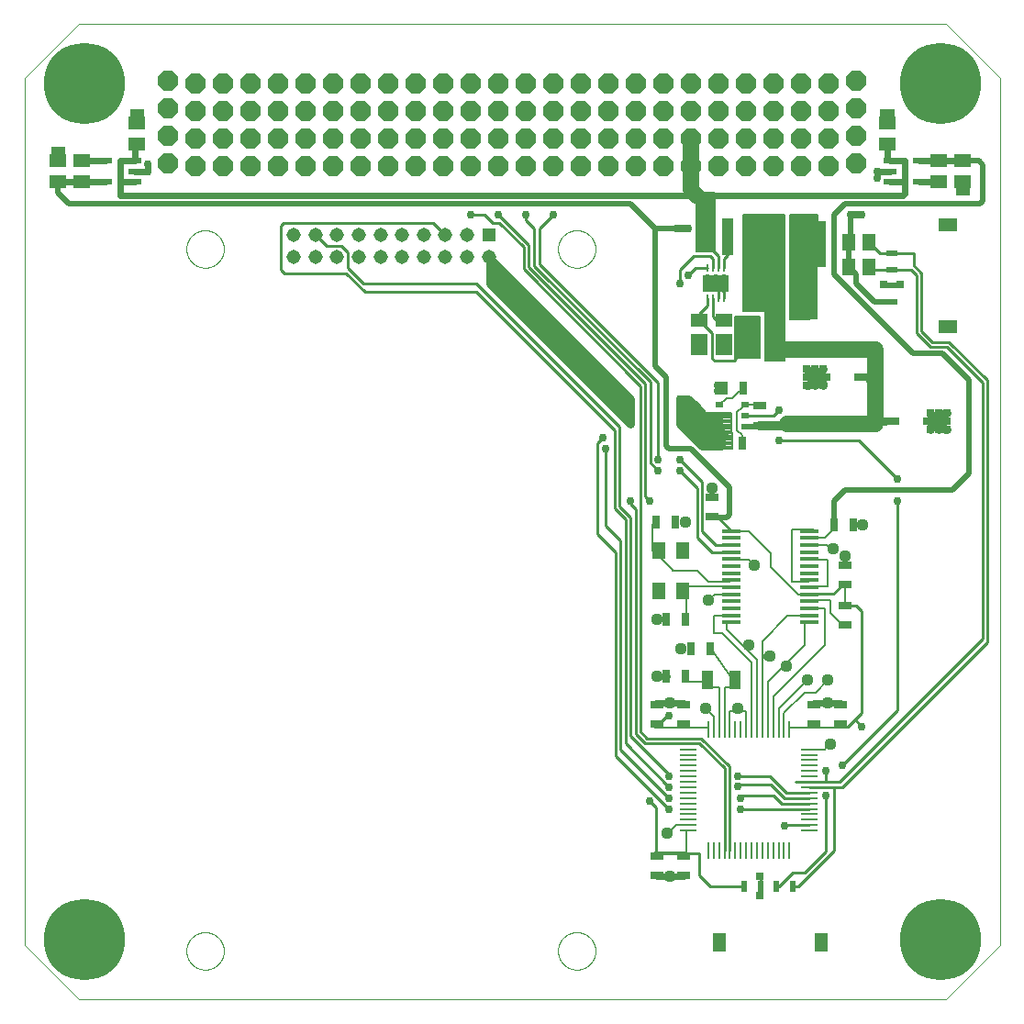
<source format=gtl>
G75*
%MOIN*%
%OFA0B0*%
%FSLAX25Y25*%
%IPPOS*%
%LPD*%
%AMOC8*
5,1,8,0,0,1.08239X$1,22.5*
%
%ADD10C,0.00000*%
%ADD11C,0.29528*%
%ADD12OC8,0.07400*%
%ADD13R,0.06102X0.00984*%
%ADD14R,0.00984X0.06102*%
%ADD15R,0.06890X0.01575*%
%ADD16R,0.03937X0.07087*%
%ADD17R,0.04724X0.03150*%
%ADD18C,0.00800*%
%ADD19R,0.03150X0.04724*%
%ADD20C,0.04400*%
%ADD21C,0.02400*%
%ADD22R,0.04921X0.06299*%
%ADD23R,0.00984X0.03937*%
%ADD24R,0.03937X0.00984*%
%ADD25R,0.05150X0.05150*%
%ADD26C,0.05150*%
%ADD27R,0.04724X0.02362*%
%ADD28R,0.05906X0.05118*%
%ADD29R,0.02362X0.03937*%
%ADD30R,0.04921X0.07087*%
%ADD31R,0.03937X0.02362*%
%ADD32R,0.07087X0.04921*%
%ADD33R,0.05118X0.05906*%
%ADD34R,0.09370X0.06496*%
%ADD35R,0.00984X0.02756*%
%ADD36R,0.03858X0.13386*%
%ADD37R,0.06299X0.07087*%
%ADD38R,0.02756X0.02000*%
%ADD39R,0.10236X0.03150*%
%ADD40C,0.02978*%
%ADD41C,0.01000*%
%ADD42R,0.02978X0.02978*%
%ADD43C,0.01200*%
%ADD44OC8,0.03175*%
%ADD45R,0.03175X0.03175*%
%ADD46C,0.00600*%
%ADD47C,0.03000*%
%ADD48C,0.02000*%
%ADD49C,0.06000*%
%ADD50C,0.03200*%
D10*
X0001000Y0020685D02*
X0001000Y0335646D01*
X0020685Y0355331D01*
X0335646Y0355331D01*
X0355331Y0335646D01*
X0355331Y0020685D01*
X0335646Y0001000D01*
X0020685Y0001000D01*
X0001000Y0020685D01*
X0059855Y0018685D02*
X0059857Y0018852D01*
X0059863Y0019018D01*
X0059873Y0019185D01*
X0059888Y0019351D01*
X0059906Y0019516D01*
X0059929Y0019681D01*
X0059955Y0019846D01*
X0059985Y0020010D01*
X0060020Y0020173D01*
X0060059Y0020335D01*
X0060101Y0020496D01*
X0060147Y0020656D01*
X0060198Y0020815D01*
X0060252Y0020973D01*
X0060310Y0021129D01*
X0060372Y0021284D01*
X0060438Y0021437D01*
X0060507Y0021589D01*
X0060580Y0021738D01*
X0060657Y0021886D01*
X0060737Y0022032D01*
X0060821Y0022176D01*
X0060909Y0022318D01*
X0060999Y0022458D01*
X0061094Y0022595D01*
X0061191Y0022730D01*
X0061292Y0022863D01*
X0061396Y0022993D01*
X0061504Y0023121D01*
X0061614Y0023246D01*
X0061728Y0023368D01*
X0061844Y0023487D01*
X0061963Y0023603D01*
X0062085Y0023717D01*
X0062210Y0023827D01*
X0062338Y0023935D01*
X0062468Y0024039D01*
X0062601Y0024140D01*
X0062736Y0024237D01*
X0062873Y0024332D01*
X0063013Y0024422D01*
X0063155Y0024510D01*
X0063299Y0024594D01*
X0063445Y0024674D01*
X0063593Y0024751D01*
X0063742Y0024824D01*
X0063894Y0024893D01*
X0064047Y0024959D01*
X0064202Y0025021D01*
X0064358Y0025079D01*
X0064516Y0025133D01*
X0064675Y0025184D01*
X0064835Y0025230D01*
X0064996Y0025272D01*
X0065158Y0025311D01*
X0065321Y0025346D01*
X0065485Y0025376D01*
X0065650Y0025402D01*
X0065815Y0025425D01*
X0065980Y0025443D01*
X0066146Y0025458D01*
X0066313Y0025468D01*
X0066479Y0025474D01*
X0066646Y0025476D01*
X0066813Y0025474D01*
X0066979Y0025468D01*
X0067146Y0025458D01*
X0067312Y0025443D01*
X0067477Y0025425D01*
X0067642Y0025402D01*
X0067807Y0025376D01*
X0067971Y0025346D01*
X0068134Y0025311D01*
X0068296Y0025272D01*
X0068457Y0025230D01*
X0068617Y0025184D01*
X0068776Y0025133D01*
X0068934Y0025079D01*
X0069090Y0025021D01*
X0069245Y0024959D01*
X0069398Y0024893D01*
X0069550Y0024824D01*
X0069699Y0024751D01*
X0069847Y0024674D01*
X0069993Y0024594D01*
X0070137Y0024510D01*
X0070279Y0024422D01*
X0070419Y0024332D01*
X0070556Y0024237D01*
X0070691Y0024140D01*
X0070824Y0024039D01*
X0070954Y0023935D01*
X0071082Y0023827D01*
X0071207Y0023717D01*
X0071329Y0023603D01*
X0071448Y0023487D01*
X0071564Y0023368D01*
X0071678Y0023246D01*
X0071788Y0023121D01*
X0071896Y0022993D01*
X0072000Y0022863D01*
X0072101Y0022730D01*
X0072198Y0022595D01*
X0072293Y0022458D01*
X0072383Y0022318D01*
X0072471Y0022176D01*
X0072555Y0022032D01*
X0072635Y0021886D01*
X0072712Y0021738D01*
X0072785Y0021589D01*
X0072854Y0021437D01*
X0072920Y0021284D01*
X0072982Y0021129D01*
X0073040Y0020973D01*
X0073094Y0020815D01*
X0073145Y0020656D01*
X0073191Y0020496D01*
X0073233Y0020335D01*
X0073272Y0020173D01*
X0073307Y0020010D01*
X0073337Y0019846D01*
X0073363Y0019681D01*
X0073386Y0019516D01*
X0073404Y0019351D01*
X0073419Y0019185D01*
X0073429Y0019018D01*
X0073435Y0018852D01*
X0073437Y0018685D01*
X0073435Y0018518D01*
X0073429Y0018352D01*
X0073419Y0018185D01*
X0073404Y0018019D01*
X0073386Y0017854D01*
X0073363Y0017689D01*
X0073337Y0017524D01*
X0073307Y0017360D01*
X0073272Y0017197D01*
X0073233Y0017035D01*
X0073191Y0016874D01*
X0073145Y0016714D01*
X0073094Y0016555D01*
X0073040Y0016397D01*
X0072982Y0016241D01*
X0072920Y0016086D01*
X0072854Y0015933D01*
X0072785Y0015781D01*
X0072712Y0015632D01*
X0072635Y0015484D01*
X0072555Y0015338D01*
X0072471Y0015194D01*
X0072383Y0015052D01*
X0072293Y0014912D01*
X0072198Y0014775D01*
X0072101Y0014640D01*
X0072000Y0014507D01*
X0071896Y0014377D01*
X0071788Y0014249D01*
X0071678Y0014124D01*
X0071564Y0014002D01*
X0071448Y0013883D01*
X0071329Y0013767D01*
X0071207Y0013653D01*
X0071082Y0013543D01*
X0070954Y0013435D01*
X0070824Y0013331D01*
X0070691Y0013230D01*
X0070556Y0013133D01*
X0070419Y0013038D01*
X0070279Y0012948D01*
X0070137Y0012860D01*
X0069993Y0012776D01*
X0069847Y0012696D01*
X0069699Y0012619D01*
X0069550Y0012546D01*
X0069398Y0012477D01*
X0069245Y0012411D01*
X0069090Y0012349D01*
X0068934Y0012291D01*
X0068776Y0012237D01*
X0068617Y0012186D01*
X0068457Y0012140D01*
X0068296Y0012098D01*
X0068134Y0012059D01*
X0067971Y0012024D01*
X0067807Y0011994D01*
X0067642Y0011968D01*
X0067477Y0011945D01*
X0067312Y0011927D01*
X0067146Y0011912D01*
X0066979Y0011902D01*
X0066813Y0011896D01*
X0066646Y0011894D01*
X0066479Y0011896D01*
X0066313Y0011902D01*
X0066146Y0011912D01*
X0065980Y0011927D01*
X0065815Y0011945D01*
X0065650Y0011968D01*
X0065485Y0011994D01*
X0065321Y0012024D01*
X0065158Y0012059D01*
X0064996Y0012098D01*
X0064835Y0012140D01*
X0064675Y0012186D01*
X0064516Y0012237D01*
X0064358Y0012291D01*
X0064202Y0012349D01*
X0064047Y0012411D01*
X0063894Y0012477D01*
X0063742Y0012546D01*
X0063593Y0012619D01*
X0063445Y0012696D01*
X0063299Y0012776D01*
X0063155Y0012860D01*
X0063013Y0012948D01*
X0062873Y0013038D01*
X0062736Y0013133D01*
X0062601Y0013230D01*
X0062468Y0013331D01*
X0062338Y0013435D01*
X0062210Y0013543D01*
X0062085Y0013653D01*
X0061963Y0013767D01*
X0061844Y0013883D01*
X0061728Y0014002D01*
X0061614Y0014124D01*
X0061504Y0014249D01*
X0061396Y0014377D01*
X0061292Y0014507D01*
X0061191Y0014640D01*
X0061094Y0014775D01*
X0060999Y0014912D01*
X0060909Y0015052D01*
X0060821Y0015194D01*
X0060737Y0015338D01*
X0060657Y0015484D01*
X0060580Y0015632D01*
X0060507Y0015781D01*
X0060438Y0015933D01*
X0060372Y0016086D01*
X0060310Y0016241D01*
X0060252Y0016397D01*
X0060198Y0016555D01*
X0060147Y0016714D01*
X0060101Y0016874D01*
X0060059Y0017035D01*
X0060020Y0017197D01*
X0059985Y0017360D01*
X0059955Y0017524D01*
X0059929Y0017689D01*
X0059906Y0017854D01*
X0059888Y0018019D01*
X0059873Y0018185D01*
X0059863Y0018352D01*
X0059857Y0018518D01*
X0059855Y0018685D01*
X0194855Y0018685D02*
X0194857Y0018852D01*
X0194863Y0019018D01*
X0194873Y0019185D01*
X0194888Y0019351D01*
X0194906Y0019516D01*
X0194929Y0019681D01*
X0194955Y0019846D01*
X0194985Y0020010D01*
X0195020Y0020173D01*
X0195059Y0020335D01*
X0195101Y0020496D01*
X0195147Y0020656D01*
X0195198Y0020815D01*
X0195252Y0020973D01*
X0195310Y0021129D01*
X0195372Y0021284D01*
X0195438Y0021437D01*
X0195507Y0021589D01*
X0195580Y0021738D01*
X0195657Y0021886D01*
X0195737Y0022032D01*
X0195821Y0022176D01*
X0195909Y0022318D01*
X0195999Y0022458D01*
X0196094Y0022595D01*
X0196191Y0022730D01*
X0196292Y0022863D01*
X0196396Y0022993D01*
X0196504Y0023121D01*
X0196614Y0023246D01*
X0196728Y0023368D01*
X0196844Y0023487D01*
X0196963Y0023603D01*
X0197085Y0023717D01*
X0197210Y0023827D01*
X0197338Y0023935D01*
X0197468Y0024039D01*
X0197601Y0024140D01*
X0197736Y0024237D01*
X0197873Y0024332D01*
X0198013Y0024422D01*
X0198155Y0024510D01*
X0198299Y0024594D01*
X0198445Y0024674D01*
X0198593Y0024751D01*
X0198742Y0024824D01*
X0198894Y0024893D01*
X0199047Y0024959D01*
X0199202Y0025021D01*
X0199358Y0025079D01*
X0199516Y0025133D01*
X0199675Y0025184D01*
X0199835Y0025230D01*
X0199996Y0025272D01*
X0200158Y0025311D01*
X0200321Y0025346D01*
X0200485Y0025376D01*
X0200650Y0025402D01*
X0200815Y0025425D01*
X0200980Y0025443D01*
X0201146Y0025458D01*
X0201313Y0025468D01*
X0201479Y0025474D01*
X0201646Y0025476D01*
X0201813Y0025474D01*
X0201979Y0025468D01*
X0202146Y0025458D01*
X0202312Y0025443D01*
X0202477Y0025425D01*
X0202642Y0025402D01*
X0202807Y0025376D01*
X0202971Y0025346D01*
X0203134Y0025311D01*
X0203296Y0025272D01*
X0203457Y0025230D01*
X0203617Y0025184D01*
X0203776Y0025133D01*
X0203934Y0025079D01*
X0204090Y0025021D01*
X0204245Y0024959D01*
X0204398Y0024893D01*
X0204550Y0024824D01*
X0204699Y0024751D01*
X0204847Y0024674D01*
X0204993Y0024594D01*
X0205137Y0024510D01*
X0205279Y0024422D01*
X0205419Y0024332D01*
X0205556Y0024237D01*
X0205691Y0024140D01*
X0205824Y0024039D01*
X0205954Y0023935D01*
X0206082Y0023827D01*
X0206207Y0023717D01*
X0206329Y0023603D01*
X0206448Y0023487D01*
X0206564Y0023368D01*
X0206678Y0023246D01*
X0206788Y0023121D01*
X0206896Y0022993D01*
X0207000Y0022863D01*
X0207101Y0022730D01*
X0207198Y0022595D01*
X0207293Y0022458D01*
X0207383Y0022318D01*
X0207471Y0022176D01*
X0207555Y0022032D01*
X0207635Y0021886D01*
X0207712Y0021738D01*
X0207785Y0021589D01*
X0207854Y0021437D01*
X0207920Y0021284D01*
X0207982Y0021129D01*
X0208040Y0020973D01*
X0208094Y0020815D01*
X0208145Y0020656D01*
X0208191Y0020496D01*
X0208233Y0020335D01*
X0208272Y0020173D01*
X0208307Y0020010D01*
X0208337Y0019846D01*
X0208363Y0019681D01*
X0208386Y0019516D01*
X0208404Y0019351D01*
X0208419Y0019185D01*
X0208429Y0019018D01*
X0208435Y0018852D01*
X0208437Y0018685D01*
X0208435Y0018518D01*
X0208429Y0018352D01*
X0208419Y0018185D01*
X0208404Y0018019D01*
X0208386Y0017854D01*
X0208363Y0017689D01*
X0208337Y0017524D01*
X0208307Y0017360D01*
X0208272Y0017197D01*
X0208233Y0017035D01*
X0208191Y0016874D01*
X0208145Y0016714D01*
X0208094Y0016555D01*
X0208040Y0016397D01*
X0207982Y0016241D01*
X0207920Y0016086D01*
X0207854Y0015933D01*
X0207785Y0015781D01*
X0207712Y0015632D01*
X0207635Y0015484D01*
X0207555Y0015338D01*
X0207471Y0015194D01*
X0207383Y0015052D01*
X0207293Y0014912D01*
X0207198Y0014775D01*
X0207101Y0014640D01*
X0207000Y0014507D01*
X0206896Y0014377D01*
X0206788Y0014249D01*
X0206678Y0014124D01*
X0206564Y0014002D01*
X0206448Y0013883D01*
X0206329Y0013767D01*
X0206207Y0013653D01*
X0206082Y0013543D01*
X0205954Y0013435D01*
X0205824Y0013331D01*
X0205691Y0013230D01*
X0205556Y0013133D01*
X0205419Y0013038D01*
X0205279Y0012948D01*
X0205137Y0012860D01*
X0204993Y0012776D01*
X0204847Y0012696D01*
X0204699Y0012619D01*
X0204550Y0012546D01*
X0204398Y0012477D01*
X0204245Y0012411D01*
X0204090Y0012349D01*
X0203934Y0012291D01*
X0203776Y0012237D01*
X0203617Y0012186D01*
X0203457Y0012140D01*
X0203296Y0012098D01*
X0203134Y0012059D01*
X0202971Y0012024D01*
X0202807Y0011994D01*
X0202642Y0011968D01*
X0202477Y0011945D01*
X0202312Y0011927D01*
X0202146Y0011912D01*
X0201979Y0011902D01*
X0201813Y0011896D01*
X0201646Y0011894D01*
X0201479Y0011896D01*
X0201313Y0011902D01*
X0201146Y0011912D01*
X0200980Y0011927D01*
X0200815Y0011945D01*
X0200650Y0011968D01*
X0200485Y0011994D01*
X0200321Y0012024D01*
X0200158Y0012059D01*
X0199996Y0012098D01*
X0199835Y0012140D01*
X0199675Y0012186D01*
X0199516Y0012237D01*
X0199358Y0012291D01*
X0199202Y0012349D01*
X0199047Y0012411D01*
X0198894Y0012477D01*
X0198742Y0012546D01*
X0198593Y0012619D01*
X0198445Y0012696D01*
X0198299Y0012776D01*
X0198155Y0012860D01*
X0198013Y0012948D01*
X0197873Y0013038D01*
X0197736Y0013133D01*
X0197601Y0013230D01*
X0197468Y0013331D01*
X0197338Y0013435D01*
X0197210Y0013543D01*
X0197085Y0013653D01*
X0196963Y0013767D01*
X0196844Y0013883D01*
X0196728Y0014002D01*
X0196614Y0014124D01*
X0196504Y0014249D01*
X0196396Y0014377D01*
X0196292Y0014507D01*
X0196191Y0014640D01*
X0196094Y0014775D01*
X0195999Y0014912D01*
X0195909Y0015052D01*
X0195821Y0015194D01*
X0195737Y0015338D01*
X0195657Y0015484D01*
X0195580Y0015632D01*
X0195507Y0015781D01*
X0195438Y0015933D01*
X0195372Y0016086D01*
X0195310Y0016241D01*
X0195252Y0016397D01*
X0195198Y0016555D01*
X0195147Y0016714D01*
X0195101Y0016874D01*
X0195059Y0017035D01*
X0195020Y0017197D01*
X0194985Y0017360D01*
X0194955Y0017524D01*
X0194929Y0017689D01*
X0194906Y0017854D01*
X0194888Y0018019D01*
X0194873Y0018185D01*
X0194863Y0018352D01*
X0194857Y0018518D01*
X0194855Y0018685D01*
X0194855Y0273685D02*
X0194857Y0273852D01*
X0194863Y0274018D01*
X0194873Y0274185D01*
X0194888Y0274351D01*
X0194906Y0274516D01*
X0194929Y0274681D01*
X0194955Y0274846D01*
X0194985Y0275010D01*
X0195020Y0275173D01*
X0195059Y0275335D01*
X0195101Y0275496D01*
X0195147Y0275656D01*
X0195198Y0275815D01*
X0195252Y0275973D01*
X0195310Y0276129D01*
X0195372Y0276284D01*
X0195438Y0276437D01*
X0195507Y0276589D01*
X0195580Y0276738D01*
X0195657Y0276886D01*
X0195737Y0277032D01*
X0195821Y0277176D01*
X0195909Y0277318D01*
X0195999Y0277458D01*
X0196094Y0277595D01*
X0196191Y0277730D01*
X0196292Y0277863D01*
X0196396Y0277993D01*
X0196504Y0278121D01*
X0196614Y0278246D01*
X0196728Y0278368D01*
X0196844Y0278487D01*
X0196963Y0278603D01*
X0197085Y0278717D01*
X0197210Y0278827D01*
X0197338Y0278935D01*
X0197468Y0279039D01*
X0197601Y0279140D01*
X0197736Y0279237D01*
X0197873Y0279332D01*
X0198013Y0279422D01*
X0198155Y0279510D01*
X0198299Y0279594D01*
X0198445Y0279674D01*
X0198593Y0279751D01*
X0198742Y0279824D01*
X0198894Y0279893D01*
X0199047Y0279959D01*
X0199202Y0280021D01*
X0199358Y0280079D01*
X0199516Y0280133D01*
X0199675Y0280184D01*
X0199835Y0280230D01*
X0199996Y0280272D01*
X0200158Y0280311D01*
X0200321Y0280346D01*
X0200485Y0280376D01*
X0200650Y0280402D01*
X0200815Y0280425D01*
X0200980Y0280443D01*
X0201146Y0280458D01*
X0201313Y0280468D01*
X0201479Y0280474D01*
X0201646Y0280476D01*
X0201813Y0280474D01*
X0201979Y0280468D01*
X0202146Y0280458D01*
X0202312Y0280443D01*
X0202477Y0280425D01*
X0202642Y0280402D01*
X0202807Y0280376D01*
X0202971Y0280346D01*
X0203134Y0280311D01*
X0203296Y0280272D01*
X0203457Y0280230D01*
X0203617Y0280184D01*
X0203776Y0280133D01*
X0203934Y0280079D01*
X0204090Y0280021D01*
X0204245Y0279959D01*
X0204398Y0279893D01*
X0204550Y0279824D01*
X0204699Y0279751D01*
X0204847Y0279674D01*
X0204993Y0279594D01*
X0205137Y0279510D01*
X0205279Y0279422D01*
X0205419Y0279332D01*
X0205556Y0279237D01*
X0205691Y0279140D01*
X0205824Y0279039D01*
X0205954Y0278935D01*
X0206082Y0278827D01*
X0206207Y0278717D01*
X0206329Y0278603D01*
X0206448Y0278487D01*
X0206564Y0278368D01*
X0206678Y0278246D01*
X0206788Y0278121D01*
X0206896Y0277993D01*
X0207000Y0277863D01*
X0207101Y0277730D01*
X0207198Y0277595D01*
X0207293Y0277458D01*
X0207383Y0277318D01*
X0207471Y0277176D01*
X0207555Y0277032D01*
X0207635Y0276886D01*
X0207712Y0276738D01*
X0207785Y0276589D01*
X0207854Y0276437D01*
X0207920Y0276284D01*
X0207982Y0276129D01*
X0208040Y0275973D01*
X0208094Y0275815D01*
X0208145Y0275656D01*
X0208191Y0275496D01*
X0208233Y0275335D01*
X0208272Y0275173D01*
X0208307Y0275010D01*
X0208337Y0274846D01*
X0208363Y0274681D01*
X0208386Y0274516D01*
X0208404Y0274351D01*
X0208419Y0274185D01*
X0208429Y0274018D01*
X0208435Y0273852D01*
X0208437Y0273685D01*
X0208435Y0273518D01*
X0208429Y0273352D01*
X0208419Y0273185D01*
X0208404Y0273019D01*
X0208386Y0272854D01*
X0208363Y0272689D01*
X0208337Y0272524D01*
X0208307Y0272360D01*
X0208272Y0272197D01*
X0208233Y0272035D01*
X0208191Y0271874D01*
X0208145Y0271714D01*
X0208094Y0271555D01*
X0208040Y0271397D01*
X0207982Y0271241D01*
X0207920Y0271086D01*
X0207854Y0270933D01*
X0207785Y0270781D01*
X0207712Y0270632D01*
X0207635Y0270484D01*
X0207555Y0270338D01*
X0207471Y0270194D01*
X0207383Y0270052D01*
X0207293Y0269912D01*
X0207198Y0269775D01*
X0207101Y0269640D01*
X0207000Y0269507D01*
X0206896Y0269377D01*
X0206788Y0269249D01*
X0206678Y0269124D01*
X0206564Y0269002D01*
X0206448Y0268883D01*
X0206329Y0268767D01*
X0206207Y0268653D01*
X0206082Y0268543D01*
X0205954Y0268435D01*
X0205824Y0268331D01*
X0205691Y0268230D01*
X0205556Y0268133D01*
X0205419Y0268038D01*
X0205279Y0267948D01*
X0205137Y0267860D01*
X0204993Y0267776D01*
X0204847Y0267696D01*
X0204699Y0267619D01*
X0204550Y0267546D01*
X0204398Y0267477D01*
X0204245Y0267411D01*
X0204090Y0267349D01*
X0203934Y0267291D01*
X0203776Y0267237D01*
X0203617Y0267186D01*
X0203457Y0267140D01*
X0203296Y0267098D01*
X0203134Y0267059D01*
X0202971Y0267024D01*
X0202807Y0266994D01*
X0202642Y0266968D01*
X0202477Y0266945D01*
X0202312Y0266927D01*
X0202146Y0266912D01*
X0201979Y0266902D01*
X0201813Y0266896D01*
X0201646Y0266894D01*
X0201479Y0266896D01*
X0201313Y0266902D01*
X0201146Y0266912D01*
X0200980Y0266927D01*
X0200815Y0266945D01*
X0200650Y0266968D01*
X0200485Y0266994D01*
X0200321Y0267024D01*
X0200158Y0267059D01*
X0199996Y0267098D01*
X0199835Y0267140D01*
X0199675Y0267186D01*
X0199516Y0267237D01*
X0199358Y0267291D01*
X0199202Y0267349D01*
X0199047Y0267411D01*
X0198894Y0267477D01*
X0198742Y0267546D01*
X0198593Y0267619D01*
X0198445Y0267696D01*
X0198299Y0267776D01*
X0198155Y0267860D01*
X0198013Y0267948D01*
X0197873Y0268038D01*
X0197736Y0268133D01*
X0197601Y0268230D01*
X0197468Y0268331D01*
X0197338Y0268435D01*
X0197210Y0268543D01*
X0197085Y0268653D01*
X0196963Y0268767D01*
X0196844Y0268883D01*
X0196728Y0269002D01*
X0196614Y0269124D01*
X0196504Y0269249D01*
X0196396Y0269377D01*
X0196292Y0269507D01*
X0196191Y0269640D01*
X0196094Y0269775D01*
X0195999Y0269912D01*
X0195909Y0270052D01*
X0195821Y0270194D01*
X0195737Y0270338D01*
X0195657Y0270484D01*
X0195580Y0270632D01*
X0195507Y0270781D01*
X0195438Y0270933D01*
X0195372Y0271086D01*
X0195310Y0271241D01*
X0195252Y0271397D01*
X0195198Y0271555D01*
X0195147Y0271714D01*
X0195101Y0271874D01*
X0195059Y0272035D01*
X0195020Y0272197D01*
X0194985Y0272360D01*
X0194955Y0272524D01*
X0194929Y0272689D01*
X0194906Y0272854D01*
X0194888Y0273019D01*
X0194873Y0273185D01*
X0194863Y0273352D01*
X0194857Y0273518D01*
X0194855Y0273685D01*
X0059855Y0273685D02*
X0059857Y0273852D01*
X0059863Y0274018D01*
X0059873Y0274185D01*
X0059888Y0274351D01*
X0059906Y0274516D01*
X0059929Y0274681D01*
X0059955Y0274846D01*
X0059985Y0275010D01*
X0060020Y0275173D01*
X0060059Y0275335D01*
X0060101Y0275496D01*
X0060147Y0275656D01*
X0060198Y0275815D01*
X0060252Y0275973D01*
X0060310Y0276129D01*
X0060372Y0276284D01*
X0060438Y0276437D01*
X0060507Y0276589D01*
X0060580Y0276738D01*
X0060657Y0276886D01*
X0060737Y0277032D01*
X0060821Y0277176D01*
X0060909Y0277318D01*
X0060999Y0277458D01*
X0061094Y0277595D01*
X0061191Y0277730D01*
X0061292Y0277863D01*
X0061396Y0277993D01*
X0061504Y0278121D01*
X0061614Y0278246D01*
X0061728Y0278368D01*
X0061844Y0278487D01*
X0061963Y0278603D01*
X0062085Y0278717D01*
X0062210Y0278827D01*
X0062338Y0278935D01*
X0062468Y0279039D01*
X0062601Y0279140D01*
X0062736Y0279237D01*
X0062873Y0279332D01*
X0063013Y0279422D01*
X0063155Y0279510D01*
X0063299Y0279594D01*
X0063445Y0279674D01*
X0063593Y0279751D01*
X0063742Y0279824D01*
X0063894Y0279893D01*
X0064047Y0279959D01*
X0064202Y0280021D01*
X0064358Y0280079D01*
X0064516Y0280133D01*
X0064675Y0280184D01*
X0064835Y0280230D01*
X0064996Y0280272D01*
X0065158Y0280311D01*
X0065321Y0280346D01*
X0065485Y0280376D01*
X0065650Y0280402D01*
X0065815Y0280425D01*
X0065980Y0280443D01*
X0066146Y0280458D01*
X0066313Y0280468D01*
X0066479Y0280474D01*
X0066646Y0280476D01*
X0066813Y0280474D01*
X0066979Y0280468D01*
X0067146Y0280458D01*
X0067312Y0280443D01*
X0067477Y0280425D01*
X0067642Y0280402D01*
X0067807Y0280376D01*
X0067971Y0280346D01*
X0068134Y0280311D01*
X0068296Y0280272D01*
X0068457Y0280230D01*
X0068617Y0280184D01*
X0068776Y0280133D01*
X0068934Y0280079D01*
X0069090Y0280021D01*
X0069245Y0279959D01*
X0069398Y0279893D01*
X0069550Y0279824D01*
X0069699Y0279751D01*
X0069847Y0279674D01*
X0069993Y0279594D01*
X0070137Y0279510D01*
X0070279Y0279422D01*
X0070419Y0279332D01*
X0070556Y0279237D01*
X0070691Y0279140D01*
X0070824Y0279039D01*
X0070954Y0278935D01*
X0071082Y0278827D01*
X0071207Y0278717D01*
X0071329Y0278603D01*
X0071448Y0278487D01*
X0071564Y0278368D01*
X0071678Y0278246D01*
X0071788Y0278121D01*
X0071896Y0277993D01*
X0072000Y0277863D01*
X0072101Y0277730D01*
X0072198Y0277595D01*
X0072293Y0277458D01*
X0072383Y0277318D01*
X0072471Y0277176D01*
X0072555Y0277032D01*
X0072635Y0276886D01*
X0072712Y0276738D01*
X0072785Y0276589D01*
X0072854Y0276437D01*
X0072920Y0276284D01*
X0072982Y0276129D01*
X0073040Y0275973D01*
X0073094Y0275815D01*
X0073145Y0275656D01*
X0073191Y0275496D01*
X0073233Y0275335D01*
X0073272Y0275173D01*
X0073307Y0275010D01*
X0073337Y0274846D01*
X0073363Y0274681D01*
X0073386Y0274516D01*
X0073404Y0274351D01*
X0073419Y0274185D01*
X0073429Y0274018D01*
X0073435Y0273852D01*
X0073437Y0273685D01*
X0073435Y0273518D01*
X0073429Y0273352D01*
X0073419Y0273185D01*
X0073404Y0273019D01*
X0073386Y0272854D01*
X0073363Y0272689D01*
X0073337Y0272524D01*
X0073307Y0272360D01*
X0073272Y0272197D01*
X0073233Y0272035D01*
X0073191Y0271874D01*
X0073145Y0271714D01*
X0073094Y0271555D01*
X0073040Y0271397D01*
X0072982Y0271241D01*
X0072920Y0271086D01*
X0072854Y0270933D01*
X0072785Y0270781D01*
X0072712Y0270632D01*
X0072635Y0270484D01*
X0072555Y0270338D01*
X0072471Y0270194D01*
X0072383Y0270052D01*
X0072293Y0269912D01*
X0072198Y0269775D01*
X0072101Y0269640D01*
X0072000Y0269507D01*
X0071896Y0269377D01*
X0071788Y0269249D01*
X0071678Y0269124D01*
X0071564Y0269002D01*
X0071448Y0268883D01*
X0071329Y0268767D01*
X0071207Y0268653D01*
X0071082Y0268543D01*
X0070954Y0268435D01*
X0070824Y0268331D01*
X0070691Y0268230D01*
X0070556Y0268133D01*
X0070419Y0268038D01*
X0070279Y0267948D01*
X0070137Y0267860D01*
X0069993Y0267776D01*
X0069847Y0267696D01*
X0069699Y0267619D01*
X0069550Y0267546D01*
X0069398Y0267477D01*
X0069245Y0267411D01*
X0069090Y0267349D01*
X0068934Y0267291D01*
X0068776Y0267237D01*
X0068617Y0267186D01*
X0068457Y0267140D01*
X0068296Y0267098D01*
X0068134Y0267059D01*
X0067971Y0267024D01*
X0067807Y0266994D01*
X0067642Y0266968D01*
X0067477Y0266945D01*
X0067312Y0266927D01*
X0067146Y0266912D01*
X0066979Y0266902D01*
X0066813Y0266896D01*
X0066646Y0266894D01*
X0066479Y0266896D01*
X0066313Y0266902D01*
X0066146Y0266912D01*
X0065980Y0266927D01*
X0065815Y0266945D01*
X0065650Y0266968D01*
X0065485Y0266994D01*
X0065321Y0267024D01*
X0065158Y0267059D01*
X0064996Y0267098D01*
X0064835Y0267140D01*
X0064675Y0267186D01*
X0064516Y0267237D01*
X0064358Y0267291D01*
X0064202Y0267349D01*
X0064047Y0267411D01*
X0063894Y0267477D01*
X0063742Y0267546D01*
X0063593Y0267619D01*
X0063445Y0267696D01*
X0063299Y0267776D01*
X0063155Y0267860D01*
X0063013Y0267948D01*
X0062873Y0268038D01*
X0062736Y0268133D01*
X0062601Y0268230D01*
X0062468Y0268331D01*
X0062338Y0268435D01*
X0062210Y0268543D01*
X0062085Y0268653D01*
X0061963Y0268767D01*
X0061844Y0268883D01*
X0061728Y0269002D01*
X0061614Y0269124D01*
X0061504Y0269249D01*
X0061396Y0269377D01*
X0061292Y0269507D01*
X0061191Y0269640D01*
X0061094Y0269775D01*
X0060999Y0269912D01*
X0060909Y0270052D01*
X0060821Y0270194D01*
X0060737Y0270338D01*
X0060657Y0270484D01*
X0060580Y0270632D01*
X0060507Y0270781D01*
X0060438Y0270933D01*
X0060372Y0271086D01*
X0060310Y0271241D01*
X0060252Y0271397D01*
X0060198Y0271555D01*
X0060147Y0271714D01*
X0060101Y0271874D01*
X0060059Y0272035D01*
X0060020Y0272197D01*
X0059985Y0272360D01*
X0059955Y0272524D01*
X0059929Y0272689D01*
X0059906Y0272854D01*
X0059888Y0273019D01*
X0059873Y0273185D01*
X0059863Y0273352D01*
X0059857Y0273518D01*
X0059855Y0273685D01*
D11*
X0022654Y0333677D03*
X0333677Y0333677D03*
X0333677Y0022654D03*
X0022654Y0022654D03*
D12*
X0053165Y0304677D03*
X0053165Y0314677D03*
X0053165Y0324677D03*
X0053165Y0334677D03*
X0063165Y0333677D03*
X0063165Y0323677D03*
X0063165Y0313677D03*
X0063165Y0303677D03*
X0073165Y0303677D03*
X0073165Y0313677D03*
X0073165Y0323677D03*
X0073165Y0333677D03*
X0083165Y0333677D03*
X0083165Y0323677D03*
X0083165Y0313677D03*
X0083165Y0303677D03*
X0093165Y0303677D03*
X0103165Y0303677D03*
X0103165Y0313677D03*
X0093165Y0313677D03*
X0093165Y0323677D03*
X0103165Y0323677D03*
X0103165Y0333677D03*
X0093165Y0333677D03*
X0113165Y0333677D03*
X0113165Y0323677D03*
X0113165Y0313677D03*
X0113165Y0303677D03*
X0123165Y0303677D03*
X0123165Y0313677D03*
X0123165Y0323677D03*
X0123165Y0333677D03*
X0133165Y0333677D03*
X0133165Y0323677D03*
X0133165Y0313677D03*
X0133165Y0303677D03*
X0143165Y0303677D03*
X0153165Y0303677D03*
X0153165Y0313677D03*
X0143165Y0313677D03*
X0143165Y0323677D03*
X0153165Y0323677D03*
X0153165Y0333677D03*
X0143165Y0333677D03*
X0163165Y0333677D03*
X0163165Y0323677D03*
X0163165Y0313677D03*
X0163165Y0303677D03*
X0173165Y0303677D03*
X0173165Y0313677D03*
X0173165Y0323677D03*
X0173165Y0333677D03*
X0183165Y0333677D03*
X0183165Y0323677D03*
X0183165Y0313677D03*
X0183165Y0303677D03*
X0193165Y0303677D03*
X0193165Y0313677D03*
X0193165Y0323677D03*
X0193165Y0333677D03*
X0203165Y0333677D03*
X0213165Y0333677D03*
X0213165Y0323677D03*
X0203165Y0323677D03*
X0203165Y0313677D03*
X0213165Y0313677D03*
X0213165Y0303677D03*
X0203165Y0303677D03*
X0223165Y0303677D03*
X0223165Y0313677D03*
X0223165Y0323677D03*
X0223165Y0333677D03*
X0233165Y0333677D03*
X0233165Y0323677D03*
X0233165Y0313677D03*
X0233165Y0303677D03*
X0243165Y0303677D03*
X0243165Y0313677D03*
X0243165Y0323677D03*
X0243165Y0333677D03*
X0253165Y0333677D03*
X0263165Y0333677D03*
X0263165Y0323677D03*
X0253165Y0323677D03*
X0253165Y0313677D03*
X0263165Y0313677D03*
X0263165Y0303677D03*
X0253165Y0303677D03*
X0273165Y0303677D03*
X0273165Y0313677D03*
X0273165Y0323677D03*
X0273165Y0333677D03*
X0283165Y0333677D03*
X0283165Y0323677D03*
X0283165Y0313677D03*
X0283165Y0303677D03*
X0293165Y0303677D03*
X0293165Y0313677D03*
X0293165Y0323677D03*
X0293165Y0333677D03*
X0303165Y0334677D03*
X0303165Y0324677D03*
X0303165Y0314677D03*
X0303165Y0304677D03*
D13*
X0286213Y0091929D03*
X0286213Y0089961D03*
X0286213Y0087992D03*
X0286213Y0086024D03*
X0286213Y0084055D03*
X0286213Y0082087D03*
X0286213Y0080118D03*
X0286213Y0078150D03*
X0286213Y0076181D03*
X0286213Y0074213D03*
X0286213Y0072244D03*
X0286213Y0070276D03*
X0286213Y0068307D03*
X0286213Y0066339D03*
X0286213Y0064370D03*
X0286213Y0062402D03*
X0242118Y0062402D03*
X0242118Y0064370D03*
X0242118Y0066339D03*
X0242118Y0068307D03*
X0242118Y0070276D03*
X0242118Y0072244D03*
X0242118Y0074213D03*
X0242118Y0076181D03*
X0242118Y0078150D03*
X0242118Y0080118D03*
X0242118Y0082087D03*
X0242118Y0084055D03*
X0242118Y0086024D03*
X0242118Y0087992D03*
X0242118Y0089961D03*
X0242118Y0091929D03*
D14*
X0249402Y0099213D03*
X0251370Y0099213D03*
X0253339Y0099213D03*
X0255307Y0099213D03*
X0257276Y0099213D03*
X0259244Y0099213D03*
X0261213Y0099213D03*
X0263181Y0099213D03*
X0265150Y0099213D03*
X0267118Y0099213D03*
X0269087Y0099213D03*
X0271055Y0099213D03*
X0273024Y0099213D03*
X0274992Y0099213D03*
X0276961Y0099213D03*
X0278929Y0099213D03*
X0278929Y0055118D03*
X0276961Y0055118D03*
X0274992Y0055118D03*
X0273024Y0055118D03*
X0271055Y0055118D03*
X0269087Y0055118D03*
X0267118Y0055118D03*
X0265150Y0055118D03*
X0263181Y0055118D03*
X0261213Y0055118D03*
X0259244Y0055118D03*
X0257276Y0055118D03*
X0255307Y0055118D03*
X0253339Y0055118D03*
X0251370Y0055118D03*
X0249402Y0055118D03*
D15*
X0257866Y0138031D03*
X0257866Y0140591D03*
X0257866Y0143150D03*
X0257866Y0145709D03*
X0257866Y0148268D03*
X0257866Y0150827D03*
X0257866Y0153386D03*
X0257866Y0155945D03*
X0257866Y0158504D03*
X0257866Y0161063D03*
X0257866Y0163622D03*
X0257866Y0166181D03*
X0257866Y0168740D03*
X0257866Y0171299D03*
X0286213Y0171299D03*
X0286213Y0168740D03*
X0286213Y0166181D03*
X0286213Y0163622D03*
X0286213Y0161063D03*
X0286213Y0158504D03*
X0286213Y0155945D03*
X0286213Y0153386D03*
X0286213Y0150827D03*
X0286213Y0148268D03*
X0286213Y0145709D03*
X0286213Y0143150D03*
X0286213Y0140591D03*
X0286213Y0138031D03*
D16*
X0259087Y0117165D03*
X0249244Y0117165D03*
D17*
X0240543Y0108189D03*
X0240543Y0101102D03*
X0230701Y0101102D03*
X0230701Y0108189D03*
X0230701Y0053228D03*
X0230701Y0046142D03*
X0240543Y0046142D03*
X0240543Y0053228D03*
X0287787Y0101102D03*
X0287787Y0108189D03*
X0297630Y0108189D03*
X0297630Y0101102D03*
X0299106Y0137185D03*
X0299106Y0144272D03*
X0299106Y0151791D03*
X0299106Y0158878D03*
X0250878Y0176398D03*
X0250878Y0183484D03*
X0268165Y0209622D03*
X0268165Y0216709D03*
D18*
X0267772Y0217102D01*
X0262740Y0217102D01*
X0261003Y0215365D01*
X0260865Y0215365D01*
X0259940Y0214440D01*
X0259940Y0207953D01*
X0261709Y0206185D01*
X0261709Y0203165D01*
X0258165Y0203554D02*
X0252165Y0203554D01*
X0252165Y0202756D02*
X0258165Y0202756D01*
X0258165Y0201957D02*
X0252165Y0201957D01*
X0252165Y0201165D02*
X0252165Y0214165D01*
X0257940Y0214165D01*
X0257940Y0207125D01*
X0258165Y0206900D01*
X0258165Y0201165D01*
X0252165Y0201165D01*
X0252165Y0204353D02*
X0258165Y0204353D01*
X0258165Y0205152D02*
X0252165Y0205152D01*
X0252165Y0205950D02*
X0258165Y0205950D01*
X0258165Y0206749D02*
X0252165Y0206749D01*
X0252165Y0207547D02*
X0257940Y0207547D01*
X0257940Y0208346D02*
X0252165Y0208346D01*
X0252165Y0209144D02*
X0257940Y0209144D01*
X0257940Y0209943D02*
X0252165Y0209943D01*
X0252165Y0210741D02*
X0257940Y0210741D01*
X0257940Y0211540D02*
X0252165Y0211540D01*
X0252165Y0212338D02*
X0257940Y0212338D01*
X0257940Y0213137D02*
X0252165Y0213137D01*
X0252165Y0213935D02*
X0257940Y0213935D01*
X0253591Y0217102D02*
X0256091Y0219603D01*
X0258194Y0219603D01*
X0260756Y0222165D01*
X0262209Y0223165D01*
X0255122Y0223165D02*
X0254301Y0223499D01*
X0253248Y0176083D02*
X0250878Y0176083D01*
X0252846Y0176083D02*
X0257455Y0171474D01*
X0258165Y0171165D02*
X0264165Y0171165D01*
X0272165Y0163165D01*
X0272165Y0158165D01*
X0282165Y0148165D01*
X0295165Y0148165D01*
X0298476Y0151476D01*
X0299106Y0151476D01*
X0299106Y0143602D01*
X0293693Y0141634D02*
X0297630Y0137697D01*
X0293693Y0141634D02*
X0293693Y0146063D01*
X0288772Y0146063D01*
X0288280Y0148524D02*
X0295169Y0148524D01*
X0298122Y0151476D01*
X0300091Y0151476D02*
X0300091Y0150984D01*
X0292709Y0150984D02*
X0287787Y0150984D01*
X0285819Y0152953D02*
X0279913Y0152953D01*
X0279913Y0171654D01*
X0287787Y0171654D01*
X0287787Y0168701D02*
X0291393Y0168701D01*
X0291959Y0168935D02*
X0294677Y0171654D01*
X0291959Y0168935D02*
X0291920Y0168900D01*
X0291880Y0168866D01*
X0291837Y0168836D01*
X0291793Y0168808D01*
X0291747Y0168784D01*
X0291699Y0168762D01*
X0291650Y0168743D01*
X0291600Y0168728D01*
X0291549Y0168716D01*
X0291497Y0168708D01*
X0291445Y0168703D01*
X0291393Y0168701D01*
X0291885Y0166240D02*
X0286311Y0166240D01*
X0287787Y0160827D02*
X0292709Y0160827D01*
X0292709Y0150984D01*
X0291724Y0143110D02*
X0291724Y0129862D01*
X0273024Y0111161D01*
X0273024Y0098819D01*
X0271055Y0098327D02*
X0271055Y0116535D01*
X0284343Y0129823D01*
X0284343Y0138189D01*
X0284593Y0140407D02*
X0278195Y0140407D01*
X0269087Y0131299D01*
X0269087Y0099803D01*
X0267118Y0100787D02*
X0267118Y0124409D01*
X0256526Y0135002D01*
X0256291Y0135568D02*
X0256291Y0138189D01*
X0256291Y0140407D02*
X0251370Y0140407D01*
X0251370Y0134252D01*
X0253991Y0134252D01*
X0254557Y0134018D02*
X0265150Y0123425D01*
X0265150Y0100787D01*
X0263181Y0102103D02*
X0263181Y0105709D01*
X0257276Y0105709D01*
X0257276Y0099803D01*
X0255307Y0099803D02*
X0255307Y0114567D01*
X0259244Y0114567D01*
X0258260Y0117520D02*
X0250386Y0128346D01*
X0253991Y0134252D02*
X0254043Y0134250D01*
X0254095Y0134245D01*
X0254147Y0134237D01*
X0254198Y0134225D01*
X0254248Y0134210D01*
X0254297Y0134191D01*
X0254345Y0134169D01*
X0254391Y0134145D01*
X0254435Y0134117D01*
X0254478Y0134087D01*
X0254518Y0134053D01*
X0254557Y0134018D01*
X0256525Y0135002D02*
X0256490Y0135041D01*
X0256456Y0135081D01*
X0256426Y0135124D01*
X0256398Y0135168D01*
X0256374Y0135214D01*
X0256352Y0135262D01*
X0256333Y0135311D01*
X0256318Y0135361D01*
X0256306Y0135412D01*
X0256298Y0135464D01*
X0256293Y0135516D01*
X0256291Y0135568D01*
X0249402Y0146063D02*
X0251136Y0147797D01*
X0251701Y0148031D02*
X0258260Y0148031D01*
X0257276Y0150984D02*
X0240543Y0150984D01*
X0241528Y0149016D02*
X0241528Y0138189D01*
X0251135Y0147797D02*
X0251174Y0147832D01*
X0251214Y0147866D01*
X0251257Y0147896D01*
X0251301Y0147924D01*
X0251347Y0147948D01*
X0251395Y0147970D01*
X0251444Y0147989D01*
X0251494Y0148004D01*
X0251545Y0148016D01*
X0251597Y0148024D01*
X0251649Y0148029D01*
X0251701Y0148031D01*
X0249733Y0152953D02*
X0257276Y0152953D01*
X0249733Y0152953D02*
X0249681Y0152955D01*
X0249629Y0152960D01*
X0249577Y0152968D01*
X0249526Y0152980D01*
X0249476Y0152995D01*
X0249427Y0153014D01*
X0249379Y0153036D01*
X0249333Y0153060D01*
X0249289Y0153088D01*
X0249246Y0153118D01*
X0249206Y0153152D01*
X0249167Y0153187D01*
X0245465Y0156890D01*
X0236938Y0156890D01*
X0236372Y0157124D02*
X0231685Y0161811D01*
X0229224Y0164272D02*
X0229224Y0173291D01*
X0229459Y0173856D02*
X0230209Y0174606D01*
X0229458Y0173857D02*
X0229423Y0173818D01*
X0229389Y0173778D01*
X0229359Y0173735D01*
X0229331Y0173691D01*
X0229307Y0173645D01*
X0229285Y0173597D01*
X0229266Y0173548D01*
X0229251Y0173498D01*
X0229239Y0173447D01*
X0229231Y0173395D01*
X0229226Y0173343D01*
X0229224Y0173291D01*
X0236372Y0157124D02*
X0236411Y0157089D01*
X0236451Y0157055D01*
X0236494Y0157025D01*
X0236538Y0156997D01*
X0236584Y0156973D01*
X0236632Y0156951D01*
X0236681Y0156932D01*
X0236731Y0156917D01*
X0236782Y0156905D01*
X0236834Y0156897D01*
X0236886Y0156892D01*
X0236938Y0156890D01*
X0253248Y0176083D02*
X0258165Y0171165D01*
X0259244Y0160827D02*
X0263834Y0160827D01*
X0264400Y0160592D02*
X0266134Y0158858D01*
X0264400Y0160593D02*
X0264361Y0160628D01*
X0264321Y0160662D01*
X0264278Y0160692D01*
X0264234Y0160720D01*
X0264188Y0160744D01*
X0264140Y0160766D01*
X0264091Y0160785D01*
X0264041Y0160800D01*
X0263990Y0160812D01*
X0263938Y0160820D01*
X0263886Y0160825D01*
X0263834Y0160827D01*
X0291885Y0166240D02*
X0291977Y0166234D01*
X0292069Y0166224D01*
X0292160Y0166210D01*
X0292251Y0166192D01*
X0292341Y0166171D01*
X0292430Y0166146D01*
X0292518Y0166118D01*
X0292605Y0166086D01*
X0292690Y0166050D01*
X0292774Y0166011D01*
X0292856Y0165968D01*
X0292936Y0165922D01*
X0293014Y0165873D01*
X0293090Y0165820D01*
X0293164Y0165765D01*
X0293235Y0165706D01*
X0293304Y0165645D01*
X0293371Y0165580D01*
X0293435Y0165513D01*
X0293435Y0165514D02*
X0294677Y0164272D01*
X0291724Y0143110D02*
X0288772Y0143110D01*
X0292915Y0117165D02*
X0288348Y0112598D01*
X0284343Y0112598D01*
X0276961Y0105217D01*
X0276961Y0101280D01*
X0274992Y0100787D02*
X0274992Y0106693D01*
X0284108Y0115809D01*
X0286333Y0115809D01*
X0278929Y0099803D02*
X0298614Y0099803D01*
X0293693Y0093898D02*
X0291959Y0092163D01*
X0291393Y0091929D02*
X0286803Y0091929D01*
X0291393Y0091929D02*
X0291445Y0091931D01*
X0291497Y0091936D01*
X0291549Y0091944D01*
X0291600Y0091956D01*
X0291650Y0091971D01*
X0291699Y0091990D01*
X0291747Y0092012D01*
X0291793Y0092036D01*
X0291837Y0092064D01*
X0291880Y0092094D01*
X0291920Y0092128D01*
X0291959Y0092163D01*
X0253339Y0099803D02*
X0253339Y0114567D01*
X0249402Y0114567D01*
X0249402Y0116535D02*
X0241528Y0116535D01*
X0248417Y0106693D02*
X0251370Y0103740D01*
X0251370Y0100787D01*
X0249402Y0099803D02*
X0230209Y0099803D01*
X0237922Y0064370D02*
X0241528Y0064370D01*
X0241528Y0062402D02*
X0241528Y0054528D01*
X0241528Y0053543D01*
X0241528Y0054528D02*
X0229717Y0054528D01*
X0233654Y0060433D02*
X0237356Y0064136D01*
X0237395Y0064171D01*
X0237435Y0064205D01*
X0237478Y0064235D01*
X0237522Y0064263D01*
X0237568Y0064287D01*
X0237616Y0064309D01*
X0237665Y0064328D01*
X0237715Y0064343D01*
X0237766Y0064355D01*
X0237818Y0064363D01*
X0237870Y0064368D01*
X0237922Y0064370D01*
D19*
X0241213Y0118504D03*
X0234126Y0118504D03*
X0242984Y0128346D03*
X0250071Y0128346D03*
X0241213Y0139173D03*
X0234126Y0139173D03*
X0237610Y0174606D03*
X0230524Y0174606D03*
X0254622Y0203165D03*
X0261709Y0203165D03*
X0262209Y0223165D03*
X0255122Y0223165D03*
X0274622Y0251665D03*
X0274622Y0258665D03*
X0274622Y0265665D03*
X0281709Y0265665D03*
X0281709Y0258665D03*
X0281709Y0251665D03*
X0294992Y0173622D03*
X0302079Y0173622D03*
D20*
X0305504Y0173622D03*
X0299106Y0162303D03*
X0294677Y0164764D03*
X0266134Y0158858D03*
X0249402Y0146063D03*
X0239559Y0128346D03*
X0230701Y0118504D03*
X0235622Y0108661D03*
X0248417Y0106693D03*
X0260228Y0106693D03*
X0277895Y0122180D03*
X0271647Y0125802D03*
X0264165Y0129715D03*
X0285415Y0117165D03*
X0292915Y0117165D03*
X0292709Y0108661D03*
X0293693Y0093898D03*
X0235622Y0045669D03*
X0234638Y0061417D03*
X0230701Y0139173D03*
X0241035Y0174606D03*
X0250878Y0186909D03*
D21*
X0270065Y0125765D02*
X0272565Y0125765D01*
X0287709Y0108661D02*
X0297630Y0108661D01*
X0240543Y0108661D02*
X0230622Y0108661D01*
X0230701Y0118504D02*
X0234638Y0118504D01*
X0230701Y0045669D02*
X0240622Y0045669D01*
X0242654Y0293165D02*
X0035665Y0293165D01*
X0035665Y0298165D01*
X0040980Y0298165D01*
X0040980Y0301915D02*
X0045665Y0301915D01*
X0045665Y0304415D01*
X0040980Y0305656D02*
X0040980Y0310990D01*
X0040970Y0305665D02*
X0035665Y0305665D01*
X0035665Y0298165D01*
X0030350Y0298175D02*
X0021915Y0298175D01*
X0013165Y0298175D01*
X0021915Y0305656D02*
X0030350Y0305656D01*
X0242654Y0293165D02*
X0243165Y0293677D01*
X0243165Y0295165D01*
X0245165Y0293165D02*
X0320165Y0293165D01*
X0320665Y0293665D01*
X0320665Y0298165D01*
X0320656Y0298175D01*
X0315350Y0298175D01*
X0315350Y0301915D02*
X0310665Y0301915D01*
X0310665Y0299415D01*
X0315350Y0305656D02*
X0314415Y0306591D01*
X0314415Y0313165D01*
X0314415Y0319406D02*
X0313274Y0320547D01*
X0313274Y0323272D01*
X0314415Y0321913D02*
X0314415Y0319406D01*
X0314415Y0321913D02*
X0315774Y0323272D01*
X0315360Y0305665D02*
X0320665Y0305665D01*
X0320665Y0298165D01*
X0325980Y0298175D02*
X0333165Y0298175D01*
X0333165Y0305656D02*
X0325980Y0305656D01*
X0333165Y0305656D02*
X0341915Y0305656D01*
X0341925Y0305665D01*
X0341915Y0298175D02*
X0341915Y0295881D01*
X0343274Y0294522D01*
X0341915Y0295663D02*
X0341915Y0298175D01*
X0341915Y0295663D02*
X0340774Y0294522D01*
D22*
X0240031Y0164094D03*
X0231370Y0164094D03*
X0231370Y0149528D03*
X0240031Y0149528D03*
D23*
X0294283Y0173622D03*
D24*
X0299106Y0151476D03*
X0250878Y0176083D03*
X0230770Y0100410D03*
X0230570Y0053691D03*
X0297635Y0100332D03*
D25*
X0169677Y0278685D03*
D26*
X0161803Y0278685D03*
X0153929Y0278685D03*
X0153929Y0270811D03*
X0161803Y0270811D03*
X0169677Y0270811D03*
X0146055Y0270811D03*
X0138181Y0270811D03*
X0130307Y0270811D03*
X0122433Y0270811D03*
X0114559Y0270811D03*
X0114559Y0278685D03*
X0122433Y0278685D03*
X0130307Y0278685D03*
X0138181Y0278685D03*
X0146055Y0278685D03*
X0106685Y0278685D03*
X0106685Y0270811D03*
X0098811Y0270811D03*
X0098811Y0278685D03*
D27*
X0040980Y0298175D03*
X0040980Y0301915D03*
X0040980Y0305656D03*
X0030350Y0305656D03*
X0030350Y0298175D03*
X0315350Y0298175D03*
X0315350Y0301915D03*
X0315350Y0305656D03*
X0325980Y0305656D03*
X0325980Y0298175D03*
D28*
X0333165Y0298175D03*
X0333165Y0305656D03*
X0341915Y0305656D03*
X0341915Y0298175D03*
X0314415Y0311925D03*
X0314415Y0319406D03*
X0265165Y0253906D03*
X0265165Y0246425D03*
X0255165Y0247906D03*
X0255165Y0240425D03*
X0246165Y0240425D03*
X0246165Y0247906D03*
X0041915Y0311925D03*
X0041915Y0319406D03*
X0021915Y0305656D03*
X0021915Y0298175D03*
X0013165Y0298175D03*
X0013165Y0305656D03*
D29*
X0262449Y0042165D03*
X0268354Y0042165D03*
X0274260Y0042165D03*
X0280165Y0042165D03*
D30*
X0290421Y0021693D03*
X0253374Y0021693D03*
D31*
X0316165Y0254449D03*
X0316165Y0260354D03*
X0316165Y0266260D03*
X0316165Y0272165D03*
D32*
X0336638Y0282421D03*
X0336638Y0245374D03*
D33*
X0307906Y0267165D03*
X0300425Y0267165D03*
X0300425Y0276165D03*
X0307906Y0276165D03*
X0272906Y0237165D03*
X0265425Y0237165D03*
D34*
X0252165Y0261165D03*
D35*
X0251181Y0266677D03*
X0249213Y0266677D03*
X0253150Y0266677D03*
X0255118Y0266677D03*
X0255118Y0255654D03*
X0253150Y0255654D03*
X0251181Y0255654D03*
X0249213Y0255654D03*
D36*
X0256500Y0278165D03*
X0265831Y0278165D03*
D37*
X0274154Y0281665D03*
X0274154Y0273165D03*
X0285177Y0273165D03*
X0285177Y0281665D03*
D38*
X0262740Y0217102D03*
X0262740Y0213165D03*
X0262740Y0209228D03*
X0253591Y0209228D03*
X0253591Y0213165D03*
X0253591Y0217102D03*
D39*
X0288717Y0227165D03*
X0307614Y0227165D03*
X0313717Y0211165D03*
X0332614Y0211165D03*
D40*
X0318165Y0190165D03*
X0318165Y0182165D03*
X0275165Y0204165D03*
X0275165Y0215165D03*
X0252665Y0222165D03*
X0252665Y0224165D03*
X0239165Y0219165D03*
X0239165Y0216165D03*
X0239165Y0213165D03*
X0239165Y0210165D03*
X0239165Y0197165D03*
X0239165Y0193165D03*
X0231165Y0193165D03*
X0231165Y0197165D03*
X0221165Y0210165D03*
X0221165Y0213165D03*
X0221165Y0216165D03*
X0221165Y0219165D03*
X0211165Y0205165D03*
X0212165Y0201165D03*
X0221165Y0182165D03*
X0228165Y0182165D03*
X0235165Y0104165D03*
X0235165Y0082165D03*
X0235165Y0078165D03*
X0235165Y0074165D03*
X0235165Y0070165D03*
X0228165Y0073165D03*
X0260165Y0078387D03*
X0261165Y0074165D03*
X0261165Y0070165D03*
X0260165Y0082165D03*
X0277165Y0064165D03*
X0292165Y0075165D03*
X0292165Y0084165D03*
X0298165Y0086165D03*
X0305165Y0100165D03*
X0239165Y0261165D03*
X0242165Y0264165D03*
X0242165Y0281165D03*
X0240165Y0281165D03*
X0238165Y0281165D03*
X0193165Y0286165D03*
X0183165Y0286165D03*
X0173165Y0286165D03*
X0163165Y0286165D03*
X0045665Y0301915D03*
X0045665Y0304415D03*
X0301165Y0286165D03*
X0303165Y0286165D03*
X0305165Y0286165D03*
X0310665Y0299415D03*
X0310665Y0301915D03*
D41*
X0315350Y0305656D02*
X0315360Y0305665D01*
X0307906Y0276165D02*
X0311906Y0272165D01*
X0316165Y0272165D01*
X0324165Y0272165D01*
X0324165Y0267711D01*
X0326965Y0264911D01*
X0326965Y0243911D01*
X0330911Y0239965D01*
X0336911Y0239965D01*
X0350831Y0226046D01*
X0350831Y0130831D01*
X0298165Y0078165D01*
X0295165Y0078165D01*
X0286228Y0078165D01*
X0286213Y0078150D01*
X0286213Y0080118D02*
X0292165Y0080118D01*
X0292165Y0084165D01*
X0292165Y0080118D02*
X0297118Y0080118D01*
X0349031Y0132031D01*
X0349031Y0225300D01*
X0336165Y0238165D01*
X0330165Y0238165D01*
X0325165Y0243165D01*
X0325165Y0264165D01*
X0323071Y0266260D01*
X0316165Y0266260D01*
X0308811Y0266260D01*
X0307906Y0267165D01*
X0313165Y0260665D02*
X0315854Y0260665D01*
X0316165Y0260354D01*
X0318854Y0260354D01*
X0319165Y0260665D01*
X0275165Y0215165D02*
X0273165Y0213165D01*
X0262740Y0213165D01*
X0254122Y0222165D02*
X0252665Y0222165D01*
X0254122Y0222165D02*
X0255122Y0223165D01*
X0254301Y0223499D02*
X0253635Y0224165D01*
X0252665Y0224165D01*
X0251674Y0233066D02*
X0250913Y0233828D01*
X0250913Y0243158D01*
X0246165Y0247906D01*
X0246165Y0250165D01*
X0249213Y0253213D01*
X0249213Y0255654D01*
X0251181Y0255654D02*
X0251181Y0249150D01*
X0252165Y0248165D01*
X0254906Y0248165D01*
X0255165Y0247906D01*
X0255165Y0240425D02*
X0256465Y0239125D01*
X0256465Y0236665D01*
X0255165Y0237865D02*
X0253965Y0236665D01*
X0255165Y0237865D02*
X0255165Y0240425D01*
X0259418Y0240678D02*
X0259418Y0237665D01*
X0259918Y0237165D01*
X0259418Y0237665D02*
X0259418Y0233828D01*
X0258657Y0233066D01*
X0251674Y0233066D01*
X0247465Y0236665D02*
X0244965Y0236665D01*
X0244965Y0239225D01*
X0246165Y0240425D01*
X0259418Y0240678D02*
X0265165Y0246425D01*
X0255118Y0255654D02*
X0255118Y0258213D01*
X0252165Y0261165D01*
X0252165Y0262665D01*
X0252165Y0261165D02*
X0253150Y0260181D01*
X0253150Y0255654D01*
X0253150Y0266677D02*
X0253165Y0266693D01*
X0253165Y0271165D01*
X0251165Y0273165D01*
X0251165Y0274165D01*
X0250165Y0275165D01*
X0250165Y0271165D02*
X0251165Y0270165D01*
X0251165Y0266693D01*
X0251181Y0266677D01*
X0249213Y0266677D02*
X0244677Y0266677D01*
X0242165Y0264165D01*
X0239165Y0266165D02*
X0244165Y0271165D01*
X0250165Y0271165D01*
X0255118Y0270165D02*
X0255165Y0270165D01*
X0256500Y0271500D01*
X0256500Y0278165D01*
X0255118Y0270165D02*
X0255118Y0266677D01*
X0239165Y0266165D02*
X0239165Y0261165D01*
X0231165Y0225165D02*
X0188165Y0268165D01*
X0188165Y0281165D01*
X0193165Y0286165D01*
X0186165Y0281165D02*
X0186165Y0267620D01*
X0228376Y0225409D01*
X0228376Y0196010D01*
X0231165Y0193221D01*
X0231165Y0193165D01*
X0231165Y0197165D02*
X0231165Y0225165D01*
X0226576Y0224663D02*
X0226576Y0183754D01*
X0228165Y0182165D01*
X0222976Y0179165D02*
X0221165Y0180976D01*
X0221165Y0182165D01*
X0222976Y0179165D02*
X0222976Y0097609D01*
X0226420Y0094165D01*
X0246165Y0094165D01*
X0255307Y0085024D01*
X0255307Y0055118D01*
X0257107Y0055287D02*
X0257107Y0085769D01*
X0246911Y0095965D01*
X0227165Y0095965D01*
X0224776Y0098354D01*
X0224776Y0223918D01*
X0182365Y0266329D01*
X0182365Y0274420D01*
X0173620Y0283165D01*
X0171165Y0283165D01*
X0168165Y0286165D01*
X0163165Y0286165D01*
X0153929Y0278685D02*
X0149449Y0283165D01*
X0095165Y0283165D01*
X0094165Y0282165D01*
X0094165Y0266165D01*
X0095418Y0264912D01*
X0117912Y0264912D01*
X0124659Y0258165D01*
X0165165Y0258165D01*
X0215365Y0207965D01*
X0215365Y0179420D01*
X0219376Y0175409D01*
X0219376Y0094010D01*
X0235165Y0078221D01*
X0235165Y0078165D01*
X0235165Y0074221D02*
X0217576Y0091810D01*
X0217576Y0167754D01*
X0212165Y0173165D01*
X0212165Y0201165D01*
X0209165Y0203165D02*
X0211165Y0205165D01*
X0209165Y0203165D02*
X0209165Y0170165D01*
X0215776Y0163554D01*
X0215776Y0089610D01*
X0235165Y0070221D01*
X0235165Y0070165D01*
X0235165Y0074165D02*
X0235165Y0074221D01*
X0230570Y0070761D02*
X0228165Y0073165D01*
X0230570Y0070761D02*
X0230570Y0053691D01*
X0231044Y0054165D01*
X0246165Y0054165D01*
X0246165Y0046165D01*
X0250165Y0042165D01*
X0262449Y0042165D01*
X0268354Y0042165D02*
X0268354Y0038854D01*
X0268165Y0038665D01*
X0268354Y0042165D02*
X0268354Y0045476D01*
X0268165Y0045665D01*
X0274260Y0042165D02*
X0275165Y0042165D01*
X0280165Y0047165D01*
X0284620Y0047165D01*
X0292165Y0054711D01*
X0292165Y0075165D01*
X0295165Y0078165D02*
X0295165Y0055165D01*
X0282165Y0042165D01*
X0280165Y0042165D01*
X0257276Y0055118D02*
X0257107Y0055287D01*
X0261165Y0070165D02*
X0261276Y0070276D01*
X0286213Y0070276D01*
X0286213Y0072244D02*
X0276087Y0072244D01*
X0273165Y0075165D01*
X0262165Y0075165D01*
X0261165Y0074165D01*
X0260165Y0078387D02*
X0260943Y0079165D01*
X0272165Y0079165D01*
X0277118Y0074213D01*
X0286213Y0074213D01*
X0286213Y0076181D02*
X0277939Y0076181D01*
X0271954Y0082165D01*
X0260165Y0082165D01*
X0281165Y0080165D02*
X0281213Y0080118D01*
X0286213Y0080118D01*
X0298165Y0086165D02*
X0318165Y0106165D01*
X0318165Y0182165D01*
X0318165Y0190165D02*
X0304165Y0204165D01*
X0275165Y0204165D01*
X0247165Y0189165D02*
X0239165Y0197165D01*
X0239165Y0193165D02*
X0245365Y0186965D01*
X0245365Y0168965D01*
X0250709Y0163622D01*
X0257866Y0163622D01*
X0257850Y0166165D02*
X0252165Y0166165D01*
X0247165Y0171165D01*
X0247165Y0189165D01*
X0257866Y0166181D02*
X0257850Y0166165D01*
X0294283Y0173622D02*
X0295165Y0174504D01*
X0295165Y0175165D01*
X0299165Y0144165D02*
X0303165Y0144165D01*
X0305165Y0142165D01*
X0305165Y0105165D01*
X0302665Y0102665D01*
X0305165Y0100165D01*
X0302665Y0102665D02*
X0300165Y0100165D01*
X0297802Y0100165D01*
X0297635Y0100332D01*
X0286213Y0064370D02*
X0277370Y0064370D01*
X0277165Y0064165D01*
X0235165Y0082165D02*
X0235165Y0082874D01*
X0221176Y0096863D01*
X0221176Y0176154D01*
X0217165Y0180165D01*
X0217165Y0209165D01*
X0165165Y0261165D01*
X0124205Y0261165D01*
X0118434Y0266936D01*
X0118434Y0266936D01*
X0118434Y0272416D01*
X0116164Y0274686D01*
X0110684Y0274686D01*
X0106685Y0278685D01*
X0124185Y0261185D02*
X0124205Y0261165D01*
X0173165Y0286165D02*
X0184165Y0275165D01*
X0184165Y0267074D01*
X0226576Y0224663D01*
X0186165Y0281165D02*
X0183165Y0284165D01*
X0183165Y0286165D01*
X0040980Y0305656D02*
X0040970Y0305665D01*
X0040980Y0310990D02*
X0041915Y0311925D01*
X0234525Y0104165D02*
X0230770Y0100410D01*
X0234525Y0104165D02*
X0235165Y0104165D01*
D42*
X0268165Y0045665D03*
X0268165Y0038665D03*
X0330165Y0208165D03*
X0333165Y0208165D03*
X0336165Y0208165D03*
X0336165Y0214165D03*
X0333165Y0214165D03*
X0330165Y0214165D03*
X0291165Y0224165D03*
X0288165Y0224165D03*
X0285165Y0224165D03*
X0285165Y0230165D03*
X0288165Y0230165D03*
X0291165Y0230165D03*
X0313165Y0260665D03*
X0319165Y0260665D03*
X0340774Y0294522D03*
X0343274Y0294522D03*
X0315774Y0323272D03*
X0313274Y0323272D03*
X0043274Y0323272D03*
X0040774Y0323272D03*
X0014524Y0309522D03*
X0012024Y0309522D03*
D43*
X0013795Y0307251D01*
X0013795Y0306285D01*
X0013165Y0305656D01*
X0013795Y0306285D02*
X0014024Y0306514D01*
X0014524Y0309522D01*
X0040274Y0321047D02*
X0041915Y0319406D01*
X0042774Y0320264D01*
X0043274Y0323272D01*
X0040774Y0323272D02*
X0040274Y0321047D01*
D44*
X0249165Y0262665D03*
X0249165Y0259665D03*
X0252165Y0259665D03*
X0252165Y0262665D03*
X0255165Y0262665D03*
X0255165Y0259665D03*
D45*
X0253965Y0236665D03*
X0256465Y0236665D03*
X0247465Y0236665D03*
X0244965Y0236665D03*
X0287465Y0249665D03*
X0287465Y0252165D03*
X0287465Y0254665D03*
X0287465Y0257165D03*
X0287465Y0259665D03*
X0287465Y0262165D03*
X0287465Y0264665D03*
X0287465Y0267165D03*
X0290465Y0268665D03*
X0290465Y0271665D03*
X0290465Y0274665D03*
X0290465Y0277165D03*
X0290465Y0279665D03*
X0290465Y0282165D03*
D46*
X0289165Y0282421D02*
X0279165Y0282421D01*
X0279165Y0281823D02*
X0289165Y0281823D01*
X0289165Y0281224D02*
X0279165Y0281224D01*
X0279165Y0280625D02*
X0289165Y0280625D01*
X0289165Y0280027D02*
X0279165Y0280027D01*
X0279165Y0279428D02*
X0289165Y0279428D01*
X0289165Y0278830D02*
X0279165Y0278830D01*
X0279165Y0278231D02*
X0289165Y0278231D01*
X0289165Y0277633D02*
X0279165Y0277633D01*
X0279165Y0277034D02*
X0289165Y0277034D01*
X0289165Y0276436D02*
X0279165Y0276436D01*
X0279165Y0275837D02*
X0289165Y0275837D01*
X0289165Y0275239D02*
X0279165Y0275239D01*
X0279165Y0274640D02*
X0289165Y0274640D01*
X0289165Y0274042D02*
X0279165Y0274042D01*
X0279165Y0273443D02*
X0289165Y0273443D01*
X0289165Y0272845D02*
X0279165Y0272845D01*
X0279165Y0272246D02*
X0289165Y0272246D01*
X0289165Y0271648D02*
X0279165Y0271648D01*
X0279165Y0271049D02*
X0289165Y0271049D01*
X0289165Y0270451D02*
X0279165Y0270451D01*
X0279165Y0269852D02*
X0289165Y0269852D01*
X0289165Y0269254D02*
X0279165Y0269254D01*
X0279165Y0268655D02*
X0289165Y0268655D01*
X0289165Y0268165D02*
X0286165Y0268165D01*
X0286165Y0248165D01*
X0279165Y0248165D01*
X0279165Y0286165D01*
X0289165Y0286165D01*
X0289165Y0268165D01*
X0286165Y0268057D02*
X0279165Y0268057D01*
X0279165Y0267458D02*
X0286165Y0267458D01*
X0286165Y0266860D02*
X0279165Y0266860D01*
X0279165Y0266261D02*
X0286165Y0266261D01*
X0286165Y0265663D02*
X0279165Y0265663D01*
X0279165Y0265064D02*
X0286165Y0265064D01*
X0286165Y0264466D02*
X0279165Y0264466D01*
X0279165Y0263867D02*
X0286165Y0263867D01*
X0286165Y0263269D02*
X0279165Y0263269D01*
X0279165Y0262670D02*
X0286165Y0262670D01*
X0286165Y0262072D02*
X0279165Y0262072D01*
X0279165Y0261473D02*
X0286165Y0261473D01*
X0286165Y0260875D02*
X0279165Y0260875D01*
X0279165Y0260276D02*
X0286165Y0260276D01*
X0286165Y0259678D02*
X0279165Y0259678D01*
X0279165Y0259079D02*
X0286165Y0259079D01*
X0286165Y0258481D02*
X0279165Y0258481D01*
X0279165Y0257882D02*
X0286165Y0257882D01*
X0286165Y0257284D02*
X0279165Y0257284D01*
X0279165Y0256685D02*
X0286165Y0256685D01*
X0286165Y0256087D02*
X0279165Y0256087D01*
X0279165Y0255488D02*
X0286165Y0255488D01*
X0286165Y0254889D02*
X0279165Y0254889D01*
X0279165Y0254291D02*
X0286165Y0254291D01*
X0286165Y0253692D02*
X0279165Y0253692D01*
X0279165Y0253094D02*
X0286165Y0253094D01*
X0286165Y0252495D02*
X0279165Y0252495D01*
X0279165Y0251897D02*
X0286165Y0251897D01*
X0286165Y0251298D02*
X0279165Y0251298D01*
X0279165Y0250700D02*
X0286165Y0250700D01*
X0286165Y0250101D02*
X0279165Y0250101D01*
X0279165Y0249503D02*
X0286165Y0249503D01*
X0286165Y0248904D02*
X0279165Y0248904D01*
X0279165Y0248306D02*
X0286165Y0248306D01*
X0277165Y0248306D02*
X0270165Y0248306D01*
X0270165Y0248904D02*
X0277165Y0248904D01*
X0277165Y0249503D02*
X0270165Y0249503D01*
X0270165Y0250101D02*
X0277165Y0250101D01*
X0277165Y0250700D02*
X0270165Y0250700D01*
X0270165Y0251165D02*
X0262165Y0251165D01*
X0262165Y0286165D01*
X0277165Y0286165D01*
X0277165Y0233165D01*
X0270165Y0233165D01*
X0270165Y0251165D01*
X0268165Y0249165D02*
X0259218Y0249165D01*
X0259218Y0244891D01*
X0259165Y0244838D01*
X0259165Y0243493D01*
X0259218Y0243440D01*
X0259218Y0237410D01*
X0259165Y0237358D01*
X0259165Y0234165D01*
X0268165Y0234165D01*
X0268165Y0249165D01*
X0268165Y0248904D02*
X0259218Y0248904D01*
X0259218Y0248306D02*
X0268165Y0248306D01*
X0268165Y0247707D02*
X0259218Y0247707D01*
X0259218Y0247109D02*
X0268165Y0247109D01*
X0268165Y0246510D02*
X0259218Y0246510D01*
X0259218Y0245912D02*
X0268165Y0245912D01*
X0268165Y0245313D02*
X0259218Y0245313D01*
X0259165Y0244715D02*
X0268165Y0244715D01*
X0268165Y0244116D02*
X0259165Y0244116D01*
X0259165Y0243518D02*
X0268165Y0243518D01*
X0268165Y0242919D02*
X0259218Y0242919D01*
X0259218Y0242321D02*
X0268165Y0242321D01*
X0268165Y0241722D02*
X0259218Y0241722D01*
X0259218Y0241124D02*
X0268165Y0241124D01*
X0268165Y0240525D02*
X0259218Y0240525D01*
X0259218Y0239927D02*
X0268165Y0239927D01*
X0268165Y0239328D02*
X0259218Y0239328D01*
X0259218Y0238730D02*
X0268165Y0238730D01*
X0268165Y0238131D02*
X0259218Y0238131D01*
X0259218Y0237533D02*
X0268165Y0237533D01*
X0268165Y0236934D02*
X0259165Y0236934D01*
X0259165Y0236336D02*
X0268165Y0236336D01*
X0268165Y0235737D02*
X0259165Y0235737D01*
X0259165Y0235139D02*
X0268165Y0235139D01*
X0268165Y0234540D02*
X0259165Y0234540D01*
X0270165Y0234540D02*
X0277165Y0234540D01*
X0277165Y0233942D02*
X0270165Y0233942D01*
X0270165Y0233343D02*
X0277165Y0233343D01*
X0277165Y0235139D02*
X0270165Y0235139D01*
X0270165Y0235737D02*
X0277165Y0235737D01*
X0277165Y0236336D02*
X0270165Y0236336D01*
X0270165Y0236934D02*
X0277165Y0236934D01*
X0277165Y0237533D02*
X0270165Y0237533D01*
X0270165Y0238131D02*
X0277165Y0238131D01*
X0277165Y0238730D02*
X0270165Y0238730D01*
X0270165Y0239328D02*
X0277165Y0239328D01*
X0277165Y0239927D02*
X0270165Y0239927D01*
X0270165Y0240525D02*
X0277165Y0240525D01*
X0277165Y0241124D02*
X0270165Y0241124D01*
X0270165Y0241722D02*
X0277165Y0241722D01*
X0277165Y0242321D02*
X0270165Y0242321D01*
X0270165Y0242919D02*
X0277165Y0242919D01*
X0277165Y0243518D02*
X0270165Y0243518D01*
X0270165Y0244116D02*
X0277165Y0244116D01*
X0277165Y0244715D02*
X0270165Y0244715D01*
X0270165Y0245313D02*
X0277165Y0245313D01*
X0277165Y0245912D02*
X0270165Y0245912D01*
X0270165Y0246510D02*
X0277165Y0246510D01*
X0277165Y0247109D02*
X0270165Y0247109D01*
X0270165Y0247707D02*
X0277165Y0247707D01*
X0277165Y0251298D02*
X0262165Y0251298D01*
X0262165Y0251897D02*
X0277165Y0251897D01*
X0277165Y0252495D02*
X0262165Y0252495D01*
X0262165Y0253094D02*
X0277165Y0253094D01*
X0277165Y0253692D02*
X0262165Y0253692D01*
X0262165Y0254291D02*
X0277165Y0254291D01*
X0277165Y0254889D02*
X0262165Y0254889D01*
X0262165Y0255488D02*
X0277165Y0255488D01*
X0277165Y0256087D02*
X0262165Y0256087D01*
X0262165Y0256685D02*
X0277165Y0256685D01*
X0277165Y0257284D02*
X0262165Y0257284D01*
X0262165Y0257882D02*
X0277165Y0257882D01*
X0277165Y0258481D02*
X0262165Y0258481D01*
X0262165Y0259079D02*
X0277165Y0259079D01*
X0277165Y0259678D02*
X0262165Y0259678D01*
X0262165Y0260276D02*
X0277165Y0260276D01*
X0277165Y0260875D02*
X0262165Y0260875D01*
X0262165Y0261473D02*
X0277165Y0261473D01*
X0277165Y0262072D02*
X0262165Y0262072D01*
X0262165Y0262670D02*
X0277165Y0262670D01*
X0277165Y0263269D02*
X0262165Y0263269D01*
X0262165Y0263867D02*
X0277165Y0263867D01*
X0277165Y0264466D02*
X0262165Y0264466D01*
X0262165Y0265064D02*
X0277165Y0265064D01*
X0277165Y0265663D02*
X0262165Y0265663D01*
X0262165Y0266261D02*
X0277165Y0266261D01*
X0277165Y0266860D02*
X0262165Y0266860D01*
X0262165Y0267458D02*
X0277165Y0267458D01*
X0277165Y0268057D02*
X0262165Y0268057D01*
X0262165Y0268655D02*
X0277165Y0268655D01*
X0277165Y0269254D02*
X0262165Y0269254D01*
X0262165Y0269852D02*
X0277165Y0269852D01*
X0277165Y0270451D02*
X0262165Y0270451D01*
X0262165Y0271049D02*
X0277165Y0271049D01*
X0277165Y0271648D02*
X0262165Y0271648D01*
X0262165Y0272246D02*
X0277165Y0272246D01*
X0277165Y0272845D02*
X0262165Y0272845D01*
X0262165Y0273443D02*
X0277165Y0273443D01*
X0277165Y0274042D02*
X0262165Y0274042D01*
X0262165Y0274640D02*
X0277165Y0274640D01*
X0277165Y0275239D02*
X0262165Y0275239D01*
X0262165Y0275837D02*
X0277165Y0275837D01*
X0277165Y0276436D02*
X0262165Y0276436D01*
X0262165Y0277034D02*
X0277165Y0277034D01*
X0277165Y0277633D02*
X0262165Y0277633D01*
X0262165Y0278231D02*
X0277165Y0278231D01*
X0277165Y0278830D02*
X0262165Y0278830D01*
X0262165Y0279428D02*
X0277165Y0279428D01*
X0277165Y0280027D02*
X0262165Y0280027D01*
X0262165Y0280625D02*
X0277165Y0280625D01*
X0277165Y0281224D02*
X0262165Y0281224D01*
X0262165Y0281823D02*
X0277165Y0281823D01*
X0277165Y0282421D02*
X0262165Y0282421D01*
X0262165Y0283020D02*
X0277165Y0283020D01*
X0277165Y0283618D02*
X0262165Y0283618D01*
X0262165Y0284217D02*
X0277165Y0284217D01*
X0277165Y0284815D02*
X0262165Y0284815D01*
X0262165Y0285414D02*
X0277165Y0285414D01*
X0277165Y0286012D02*
X0262165Y0286012D01*
X0251665Y0286012D02*
X0245165Y0286012D01*
X0245165Y0285414D02*
X0251665Y0285414D01*
X0251665Y0284815D02*
X0245165Y0284815D01*
X0245165Y0284217D02*
X0251665Y0284217D01*
X0251665Y0283618D02*
X0245165Y0283618D01*
X0245165Y0283020D02*
X0251665Y0283020D01*
X0251665Y0282421D02*
X0245165Y0282421D01*
X0245165Y0281823D02*
X0251665Y0281823D01*
X0251665Y0281224D02*
X0245165Y0281224D01*
X0245165Y0280625D02*
X0251665Y0280625D01*
X0251665Y0280027D02*
X0245165Y0280027D01*
X0245165Y0279428D02*
X0251665Y0279428D01*
X0251665Y0278830D02*
X0245165Y0278830D01*
X0245165Y0278231D02*
X0251665Y0278231D01*
X0251665Y0277633D02*
X0245165Y0277633D01*
X0245165Y0277034D02*
X0251665Y0277034D01*
X0251665Y0276436D02*
X0245165Y0276436D01*
X0245165Y0275837D02*
X0251665Y0275837D01*
X0251665Y0275239D02*
X0245165Y0275239D01*
X0245165Y0274640D02*
X0251665Y0274640D01*
X0251665Y0274042D02*
X0245165Y0274042D01*
X0245165Y0273443D02*
X0251665Y0273443D01*
X0251665Y0272845D02*
X0245165Y0272845D01*
X0245165Y0272765D02*
X0245165Y0294165D01*
X0251665Y0294165D01*
X0251665Y0272665D01*
X0250928Y0272665D01*
X0250828Y0272765D01*
X0245165Y0272765D01*
X0245165Y0286611D02*
X0251665Y0286611D01*
X0251665Y0287209D02*
X0245165Y0287209D01*
X0245165Y0287808D02*
X0251665Y0287808D01*
X0251665Y0288406D02*
X0245165Y0288406D01*
X0245165Y0289005D02*
X0251665Y0289005D01*
X0251665Y0289603D02*
X0245165Y0289603D01*
X0245165Y0290202D02*
X0251665Y0290202D01*
X0251665Y0290800D02*
X0245165Y0290800D01*
X0245165Y0291399D02*
X0251665Y0291399D01*
X0251665Y0291997D02*
X0245165Y0291997D01*
X0245165Y0292596D02*
X0251665Y0292596D01*
X0251665Y0293194D02*
X0245165Y0293194D01*
X0245165Y0293793D02*
X0251665Y0293793D01*
X0279165Y0286012D02*
X0289165Y0286012D01*
X0289165Y0285414D02*
X0279165Y0285414D01*
X0279165Y0284815D02*
X0289165Y0284815D01*
X0289165Y0284217D02*
X0279165Y0284217D01*
X0279165Y0283618D02*
X0289165Y0283618D01*
X0289165Y0283020D02*
X0279165Y0283020D01*
D47*
X0285165Y0230165D02*
X0288165Y0227165D01*
X0288165Y0230165D01*
X0288717Y0227717D02*
X0288717Y0227165D01*
X0291165Y0224717D01*
X0291165Y0224165D01*
X0288717Y0224717D02*
X0288717Y0227165D01*
X0285717Y0224165D01*
X0285165Y0224165D01*
X0288165Y0224165D02*
X0288717Y0224717D01*
X0288717Y0227165D02*
X0288165Y0227165D01*
X0288717Y0227717D02*
X0291165Y0230165D01*
X0307614Y0227165D02*
X0310165Y0223165D01*
X0311165Y0211165D02*
X0310165Y0210165D01*
X0311165Y0211165D02*
X0313717Y0211165D01*
X0330165Y0208717D02*
X0332614Y0211165D01*
X0335614Y0214165D01*
X0336165Y0214165D01*
X0333165Y0214165D02*
X0333165Y0211717D01*
X0332614Y0211165D01*
X0330165Y0213614D01*
X0330165Y0214165D01*
X0332614Y0211165D02*
X0335614Y0208165D01*
X0336165Y0208165D01*
X0333165Y0208165D02*
X0332614Y0208717D01*
X0332614Y0211165D01*
X0330165Y0208717D02*
X0330165Y0208165D01*
X0278165Y0210165D02*
X0277622Y0209622D01*
X0255165Y0206165D02*
X0254165Y0207165D01*
X0247165Y0207165D01*
X0247165Y0205165D01*
X0252622Y0205165D01*
X0254622Y0203165D01*
X0254165Y0202165D02*
X0247165Y0202165D01*
X0247165Y0205165D01*
X0247165Y0207165D02*
X0247165Y0209165D01*
X0254165Y0209165D01*
X0252165Y0211165D02*
X0247165Y0211165D01*
X0247165Y0209165D01*
X0247165Y0211165D02*
X0247165Y0213165D01*
X0253591Y0213165D01*
X0247165Y0213165D02*
X0247165Y0214165D01*
X0244665Y0216665D01*
X0244665Y0204665D01*
X0247165Y0202165D02*
X0239165Y0210165D01*
X0239165Y0219165D01*
X0242165Y0219165D01*
X0241665Y0218665D01*
X0241665Y0207665D01*
X0244665Y0216665D02*
X0242165Y0219165D01*
X0221165Y0219165D02*
X0221165Y0210165D01*
X0170165Y0261165D01*
X0170165Y0263165D01*
X0220165Y0213165D01*
X0221165Y0213165D01*
X0221165Y0216165D02*
X0220165Y0216165D01*
X0170165Y0266165D01*
X0170165Y0270165D01*
X0221165Y0219165D01*
X0170165Y0263165D02*
X0170165Y0266165D01*
X0170165Y0270165D02*
X0170165Y0270323D01*
X0169677Y0270811D01*
D48*
X0221165Y0290165D02*
X0017165Y0290165D01*
X0013165Y0294165D01*
X0013165Y0298175D01*
X0040980Y0298175D02*
X0040980Y0298165D01*
X0221165Y0290165D02*
X0230165Y0281165D01*
X0242165Y0281165D01*
X0230165Y0281165D02*
X0230165Y0231165D01*
X0234165Y0227165D01*
X0234165Y0202165D01*
X0235165Y0201165D01*
X0243165Y0201165D01*
X0257165Y0187165D01*
X0257165Y0177165D01*
X0256083Y0176083D01*
X0250878Y0176083D01*
X0262740Y0209228D02*
X0267772Y0209228D01*
X0268165Y0209622D01*
X0295165Y0182165D02*
X0295165Y0174504D01*
X0295165Y0182165D02*
X0299165Y0186165D01*
X0338165Y0186165D01*
X0344165Y0192165D01*
X0344165Y0226165D01*
X0334465Y0235865D01*
X0323668Y0235865D01*
X0295165Y0264368D01*
X0295165Y0286165D01*
X0299165Y0290165D01*
X0348165Y0290165D01*
X0349165Y0291165D01*
X0349165Y0304165D01*
X0347675Y0305656D01*
X0341915Y0305656D01*
X0314415Y0311925D02*
X0314415Y0313165D01*
X0305165Y0286165D02*
X0301165Y0286165D01*
X0301165Y0276906D01*
X0300425Y0276165D01*
X0300425Y0267165D01*
X0303165Y0264425D01*
X0303165Y0261165D01*
X0309882Y0254449D01*
X0316165Y0254449D01*
X0265425Y0237165D02*
X0259918Y0237165D01*
D49*
X0272906Y0237165D02*
X0310165Y0237165D01*
X0310165Y0223165D01*
X0310165Y0210165D01*
X0278165Y0210165D01*
X0245165Y0293165D02*
X0243165Y0295165D01*
X0243165Y0303677D01*
X0243165Y0313677D01*
D50*
X0268165Y0209622D02*
X0277622Y0209622D01*
M02*

</source>
